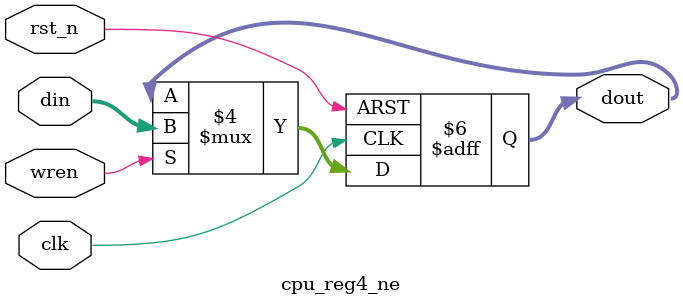
<source format=v>

`include "timescale.v"
// synopsys translate_on

module cpu_reg4_ne(clk, rst_n, din, wren, dout);

        input           clk;    // System clk
        input           rst_n;  // System Reset
        input   [3:0]  	din;    // Data input
        input           wren; 	// Enable Register
        output  [3:0]  	dout;   // Data Output

        reg     [3:0]  	dout;

        always@(negedge clk or negedge rst_n)
        begin
                if(~rst_n)    	dout<=4'b0;
                else if(wren)	dout<=din;
                else 		dout<=dout;
        end


endmodule
</source>
